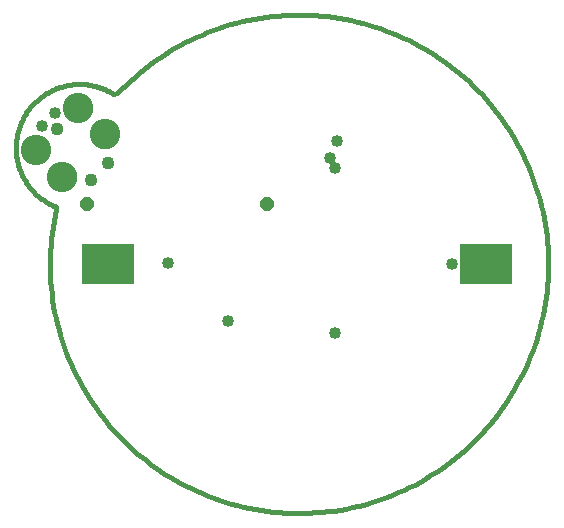
<source format=gbs>
G75*
%MOIN*%
%OFA0B0*%
%FSLAX25Y25*%
%IPPOS*%
%LPD*%
%AMOC8*
5,1,8,0,0,1.08239X$1,22.5*
%
%ADD10C,0.01600*%
%ADD11C,0.00000*%
%ADD12C,0.04300*%
%ADD13C,0.10150*%
%ADD14R,0.17800X0.13600*%
%ADD15C,0.04000*%
%ADD16OC8,0.04362*%
D10*
X0019468Y0104650D02*
X0019041Y0102662D01*
X0018664Y0100665D01*
X0018336Y0098658D01*
X0018056Y0096644D01*
X0017827Y0094624D01*
X0017646Y0092599D01*
X0017516Y0090570D01*
X0017435Y0088539D01*
X0017403Y0086506D01*
X0017422Y0084473D01*
X0017490Y0082441D01*
X0017608Y0080411D01*
X0017776Y0078385D01*
X0017993Y0076364D01*
X0018260Y0074348D01*
X0018576Y0072340D01*
X0018941Y0070339D01*
X0019355Y0068349D01*
X0019817Y0066369D01*
X0020328Y0064401D01*
X0020887Y0062446D01*
X0021493Y0060506D01*
X0022147Y0058581D01*
X0022848Y0056672D01*
X0023595Y0054781D01*
X0024389Y0052910D01*
X0025228Y0051058D01*
X0026112Y0049227D01*
X0027040Y0047418D01*
X0028013Y0045633D01*
X0029029Y0043872D01*
X0030088Y0042136D01*
X0031188Y0040427D01*
X0032331Y0038745D01*
X0033514Y0037092D01*
X0034738Y0035468D01*
X0036000Y0033875D01*
X0037302Y0032313D01*
X0038641Y0030783D01*
X0040017Y0029286D01*
X0041430Y0027824D01*
X0042878Y0026397D01*
X0044360Y0025005D01*
X0045876Y0023651D01*
X0047425Y0022334D01*
X0049006Y0021055D01*
X0050617Y0019815D01*
X0052258Y0018615D01*
X0053928Y0017456D01*
X0055626Y0016337D01*
X0057351Y0015261D01*
X0059102Y0014227D01*
X0060877Y0013237D01*
X0062676Y0012290D01*
X0064498Y0011388D01*
X0066342Y0010530D01*
X0068205Y0009718D01*
X0070089Y0008951D01*
X0071990Y0008231D01*
X0073908Y0007558D01*
X0075843Y0006932D01*
X0077792Y0006353D01*
X0079754Y0005823D01*
X0081729Y0005340D01*
X0083716Y0004906D01*
X0085712Y0004521D01*
X0087717Y0004185D01*
X0089730Y0003898D01*
X0091749Y0003660D01*
X0093773Y0003472D01*
X0095802Y0003333D01*
X0097833Y0003244D01*
X0099866Y0003205D01*
X0101899Y0003216D01*
X0103931Y0003276D01*
X0105961Y0003386D01*
X0107988Y0003546D01*
X0110010Y0003755D01*
X0112027Y0004014D01*
X0114036Y0004322D01*
X0116038Y0004679D01*
X0118030Y0005086D01*
X0120011Y0005540D01*
X0121981Y0006043D01*
X0123938Y0006595D01*
X0125881Y0007193D01*
X0127809Y0007840D01*
X0129720Y0008533D01*
X0131614Y0009273D01*
X0133489Y0010059D01*
X0135344Y0010891D01*
X0137178Y0011767D01*
X0138991Y0012689D01*
X0140780Y0013655D01*
X0142545Y0014664D01*
X0144285Y0015716D01*
X0145998Y0016810D01*
X0147684Y0017946D01*
X0149342Y0019123D01*
X0150971Y0020340D01*
X0152569Y0021596D01*
X0154136Y0022891D01*
X0155671Y0024225D01*
X0157173Y0025595D01*
X0158641Y0027002D01*
X0160074Y0028444D01*
X0161471Y0029921D01*
X0162831Y0031432D01*
X0164155Y0032976D01*
X0165440Y0034551D01*
X0166686Y0036158D01*
X0167892Y0037794D01*
X0169058Y0039460D01*
X0170183Y0041153D01*
X0171266Y0042874D01*
X0172306Y0044621D01*
X0173304Y0046392D01*
X0174258Y0048188D01*
X0175167Y0050006D01*
X0176032Y0051846D01*
X0176852Y0053707D01*
X0177625Y0055587D01*
X0178353Y0057485D01*
X0179034Y0059401D01*
X0179667Y0061333D01*
X0180254Y0063280D01*
X0180792Y0065240D01*
X0181282Y0067213D01*
X0181724Y0069198D01*
X0182117Y0071193D01*
X0182461Y0073196D01*
X0182756Y0075208D01*
X0183001Y0077226D01*
X0183198Y0079250D01*
X0183344Y0081278D01*
X0183441Y0083308D01*
X0183488Y0085341D01*
X0183485Y0087374D01*
X0183433Y0089406D01*
X0183331Y0091437D01*
X0183179Y0093464D01*
X0182977Y0095488D01*
X0182726Y0097505D01*
X0182426Y0099516D01*
X0182077Y0101519D01*
X0181679Y0103512D01*
X0181232Y0105496D01*
X0180736Y0107468D01*
X0180193Y0109427D01*
X0179601Y0111372D01*
X0178963Y0113302D01*
X0178277Y0115216D01*
X0177544Y0117113D01*
X0176766Y0118991D01*
X0175941Y0120849D01*
X0175072Y0122687D01*
X0174157Y0124503D01*
X0173199Y0126296D01*
X0172196Y0128065D01*
X0171151Y0129809D01*
X0170064Y0131526D01*
X0168934Y0133217D01*
X0167764Y0134879D01*
X0166553Y0136513D01*
X0165303Y0138116D01*
X0164014Y0139688D01*
X0162687Y0141228D01*
X0161322Y0142735D01*
X0159921Y0144209D01*
X0158484Y0145647D01*
X0157013Y0147050D01*
X0155507Y0148417D01*
X0153969Y0149746D01*
X0152399Y0151037D01*
X0150797Y0152289D01*
X0149165Y0153502D01*
X0147504Y0154675D01*
X0145815Y0155806D01*
X0144099Y0156896D01*
X0142356Y0157943D01*
X0140588Y0158948D01*
X0138797Y0159908D01*
X0136982Y0160825D01*
X0135145Y0161697D01*
X0133288Y0162524D01*
X0131411Y0163305D01*
X0129515Y0164040D01*
X0127602Y0164728D01*
X0125673Y0165369D01*
X0123728Y0165963D01*
X0121770Y0166509D01*
X0119799Y0167007D01*
X0117816Y0167457D01*
X0115823Y0167857D01*
X0113820Y0168209D01*
X0111810Y0168512D01*
X0109793Y0168766D01*
X0107770Y0168970D01*
X0105742Y0169124D01*
X0103712Y0169229D01*
X0101680Y0169284D01*
X0099647Y0169289D01*
X0097614Y0169245D01*
X0095583Y0169150D01*
X0093555Y0169006D01*
X0091531Y0168813D01*
X0089513Y0168570D01*
X0087501Y0168277D01*
X0085496Y0167936D01*
X0083501Y0167545D01*
X0081516Y0167106D01*
X0079542Y0166619D01*
X0077581Y0166083D01*
X0075634Y0165499D01*
X0073701Y0164868D01*
X0071784Y0164189D01*
X0069885Y0163464D01*
X0068004Y0162693D01*
X0066142Y0161876D01*
X0064301Y0161013D01*
X0062482Y0160106D01*
X0060685Y0159155D01*
X0058912Y0158159D01*
X0057164Y0157121D01*
X0055442Y0156040D01*
X0053747Y0154917D01*
X0052080Y0153754D01*
X0050442Y0152549D01*
X0048834Y0151305D01*
X0047257Y0150022D01*
X0045712Y0148701D01*
X0044199Y0147342D01*
X0042720Y0145947D01*
X0041276Y0144516D01*
X0039867Y0143050D01*
X0038868Y0142750D02*
X0038431Y0143027D01*
X0037987Y0143293D01*
X0037537Y0143548D01*
X0037081Y0143792D01*
X0036619Y0144025D01*
X0036152Y0144246D01*
X0035679Y0144456D01*
X0035202Y0144654D01*
X0034719Y0144841D01*
X0034233Y0145016D01*
X0033742Y0145179D01*
X0033247Y0145330D01*
X0032749Y0145469D01*
X0032247Y0145596D01*
X0031743Y0145710D01*
X0031236Y0145812D01*
X0030727Y0145902D01*
X0030215Y0145979D01*
X0029702Y0146044D01*
X0029188Y0146096D01*
X0028672Y0146136D01*
X0028156Y0146163D01*
X0027639Y0146177D01*
X0027121Y0146179D01*
X0026604Y0146169D01*
X0026088Y0146145D01*
X0025572Y0146109D01*
X0025057Y0146061D01*
X0024543Y0146000D01*
X0024031Y0145926D01*
X0023521Y0145840D01*
X0023014Y0145742D01*
X0022508Y0145631D01*
X0022006Y0145508D01*
X0021507Y0145373D01*
X0021011Y0145226D01*
X0020519Y0145066D01*
X0020031Y0144895D01*
X0019547Y0144712D01*
X0019068Y0144517D01*
X0018594Y0144311D01*
X0018125Y0144093D01*
X0017662Y0143863D01*
X0017204Y0143623D01*
X0016752Y0143371D01*
X0016306Y0143108D01*
X0015867Y0142835D01*
X0015435Y0142551D01*
X0015010Y0142256D01*
X0014592Y0141951D01*
X0014182Y0141637D01*
X0013779Y0141312D01*
X0013385Y0140977D01*
X0012999Y0140633D01*
X0012621Y0140280D01*
X0012252Y0139918D01*
X0011892Y0139546D01*
X0011541Y0139166D01*
X0011200Y0138778D01*
X0010868Y0138381D01*
X0010546Y0137977D01*
X0010233Y0137564D01*
X0009931Y0137144D01*
X0009640Y0136717D01*
X0009358Y0136283D01*
X0009088Y0135843D01*
X0008828Y0135395D01*
X0008579Y0134942D01*
X0008342Y0134483D01*
X0008115Y0134018D01*
X0007900Y0133547D01*
X0007697Y0133072D01*
X0007505Y0132591D01*
X0007325Y0132107D01*
X0007157Y0131617D01*
X0007001Y0131124D01*
X0006857Y0130628D01*
X0006725Y0130128D01*
X0006605Y0129625D01*
X0006498Y0129119D01*
X0006403Y0128610D01*
X0006320Y0128100D01*
X0006250Y0127587D01*
X0006192Y0127073D01*
X0006147Y0126558D01*
X0006114Y0126042D01*
X0006094Y0125525D01*
X0006087Y0125008D01*
X0006092Y0124491D01*
X0006110Y0123974D01*
X0006141Y0123458D01*
X0006184Y0122942D01*
X0006239Y0122428D01*
X0006307Y0121915D01*
X0006388Y0121405D01*
X0006481Y0120896D01*
X0006586Y0120389D01*
X0006704Y0119886D01*
X0006834Y0119385D01*
X0006976Y0118888D01*
X0007130Y0118394D01*
X0007296Y0117905D01*
X0007474Y0117419D01*
X0007664Y0116938D01*
X0007866Y0116462D01*
X0008079Y0115990D01*
X0008303Y0115524D01*
X0008539Y0115064D01*
X0008786Y0114610D01*
X0009044Y0114161D01*
X0009313Y0113719D01*
X0009592Y0113284D01*
X0009882Y0112856D01*
X0010183Y0112435D01*
X0010493Y0112021D01*
X0010814Y0111616D01*
X0011144Y0111218D01*
X0011484Y0110828D01*
X0011833Y0110446D01*
X0012192Y0110074D01*
X0012559Y0109710D01*
X0012935Y0109355D01*
X0013320Y0109009D01*
X0013713Y0108673D01*
X0014114Y0108347D01*
X0014523Y0108030D01*
X0014940Y0107724D01*
X0015364Y0107428D01*
X0015795Y0107142D01*
X0016233Y0106867D01*
X0016677Y0106602D01*
X0017128Y0106349D01*
X0017585Y0106106D01*
X0018048Y0105875D01*
X0018516Y0105655D01*
X0018989Y0105447D01*
X0019467Y0105250D01*
D11*
X0016860Y0115340D02*
X0016862Y0115477D01*
X0016868Y0115613D01*
X0016878Y0115749D01*
X0016892Y0115885D01*
X0016910Y0116021D01*
X0016932Y0116156D01*
X0016957Y0116290D01*
X0016987Y0116423D01*
X0017021Y0116555D01*
X0017058Y0116687D01*
X0017099Y0116817D01*
X0017145Y0116946D01*
X0017193Y0117074D01*
X0017246Y0117200D01*
X0017302Y0117324D01*
X0017362Y0117447D01*
X0017425Y0117568D01*
X0017492Y0117687D01*
X0017562Y0117804D01*
X0017636Y0117920D01*
X0017713Y0118032D01*
X0017793Y0118143D01*
X0017877Y0118251D01*
X0017964Y0118357D01*
X0018053Y0118460D01*
X0018146Y0118560D01*
X0018241Y0118658D01*
X0018340Y0118753D01*
X0018441Y0118845D01*
X0018545Y0118933D01*
X0018651Y0119019D01*
X0018760Y0119102D01*
X0018871Y0119181D01*
X0018984Y0119258D01*
X0019100Y0119331D01*
X0019217Y0119400D01*
X0019337Y0119466D01*
X0019458Y0119528D01*
X0019582Y0119587D01*
X0019707Y0119643D01*
X0019833Y0119694D01*
X0019961Y0119742D01*
X0020090Y0119786D01*
X0020221Y0119827D01*
X0020353Y0119863D01*
X0020485Y0119896D01*
X0020619Y0119924D01*
X0020753Y0119949D01*
X0020888Y0119970D01*
X0021024Y0119987D01*
X0021160Y0120000D01*
X0021296Y0120009D01*
X0021433Y0120014D01*
X0021569Y0120015D01*
X0021706Y0120012D01*
X0021842Y0120005D01*
X0021978Y0119994D01*
X0022114Y0119979D01*
X0022249Y0119960D01*
X0022384Y0119937D01*
X0022518Y0119910D01*
X0022651Y0119880D01*
X0022783Y0119845D01*
X0022915Y0119807D01*
X0023044Y0119765D01*
X0023173Y0119719D01*
X0023300Y0119669D01*
X0023426Y0119615D01*
X0023550Y0119558D01*
X0023673Y0119498D01*
X0023793Y0119433D01*
X0023912Y0119366D01*
X0024028Y0119295D01*
X0024143Y0119220D01*
X0024255Y0119142D01*
X0024365Y0119061D01*
X0024473Y0118977D01*
X0024578Y0118889D01*
X0024680Y0118799D01*
X0024780Y0118706D01*
X0024877Y0118609D01*
X0024971Y0118510D01*
X0025062Y0118409D01*
X0025150Y0118304D01*
X0025235Y0118197D01*
X0025317Y0118088D01*
X0025396Y0117976D01*
X0025471Y0117862D01*
X0025543Y0117746D01*
X0025612Y0117628D01*
X0025677Y0117508D01*
X0025739Y0117386D01*
X0025797Y0117262D01*
X0025851Y0117137D01*
X0025902Y0117010D01*
X0025948Y0116882D01*
X0025992Y0116752D01*
X0026031Y0116621D01*
X0026067Y0116489D01*
X0026098Y0116356D01*
X0026126Y0116223D01*
X0026150Y0116088D01*
X0026170Y0115953D01*
X0026186Y0115817D01*
X0026198Y0115681D01*
X0026206Y0115545D01*
X0026210Y0115408D01*
X0026210Y0115272D01*
X0026206Y0115135D01*
X0026198Y0114999D01*
X0026186Y0114863D01*
X0026170Y0114727D01*
X0026150Y0114592D01*
X0026126Y0114457D01*
X0026098Y0114324D01*
X0026067Y0114191D01*
X0026031Y0114059D01*
X0025992Y0113928D01*
X0025948Y0113798D01*
X0025902Y0113670D01*
X0025851Y0113543D01*
X0025797Y0113418D01*
X0025739Y0113294D01*
X0025677Y0113172D01*
X0025612Y0113052D01*
X0025543Y0112934D01*
X0025471Y0112818D01*
X0025396Y0112704D01*
X0025317Y0112592D01*
X0025235Y0112483D01*
X0025150Y0112376D01*
X0025062Y0112271D01*
X0024971Y0112170D01*
X0024877Y0112071D01*
X0024780Y0111974D01*
X0024680Y0111881D01*
X0024578Y0111791D01*
X0024473Y0111703D01*
X0024365Y0111619D01*
X0024255Y0111538D01*
X0024143Y0111460D01*
X0024028Y0111385D01*
X0023912Y0111314D01*
X0023793Y0111247D01*
X0023673Y0111182D01*
X0023550Y0111122D01*
X0023426Y0111065D01*
X0023300Y0111011D01*
X0023173Y0110961D01*
X0023044Y0110915D01*
X0022915Y0110873D01*
X0022783Y0110835D01*
X0022651Y0110800D01*
X0022518Y0110770D01*
X0022384Y0110743D01*
X0022249Y0110720D01*
X0022114Y0110701D01*
X0021978Y0110686D01*
X0021842Y0110675D01*
X0021706Y0110668D01*
X0021569Y0110665D01*
X0021433Y0110666D01*
X0021296Y0110671D01*
X0021160Y0110680D01*
X0021024Y0110693D01*
X0020888Y0110710D01*
X0020753Y0110731D01*
X0020619Y0110756D01*
X0020485Y0110784D01*
X0020353Y0110817D01*
X0020221Y0110853D01*
X0020090Y0110894D01*
X0019961Y0110938D01*
X0019833Y0110986D01*
X0019707Y0111037D01*
X0019582Y0111093D01*
X0019458Y0111152D01*
X0019337Y0111214D01*
X0019217Y0111280D01*
X0019100Y0111349D01*
X0018984Y0111422D01*
X0018871Y0111499D01*
X0018760Y0111578D01*
X0018651Y0111661D01*
X0018545Y0111747D01*
X0018441Y0111835D01*
X0018340Y0111927D01*
X0018241Y0112022D01*
X0018146Y0112120D01*
X0018053Y0112220D01*
X0017964Y0112323D01*
X0017877Y0112429D01*
X0017793Y0112537D01*
X0017713Y0112648D01*
X0017636Y0112760D01*
X0017562Y0112876D01*
X0017492Y0112993D01*
X0017425Y0113112D01*
X0017362Y0113233D01*
X0017302Y0113356D01*
X0017246Y0113480D01*
X0017193Y0113606D01*
X0017145Y0113734D01*
X0017099Y0113863D01*
X0017058Y0113993D01*
X0017021Y0114125D01*
X0016987Y0114257D01*
X0016957Y0114390D01*
X0016932Y0114524D01*
X0016910Y0114659D01*
X0016892Y0114795D01*
X0016878Y0114931D01*
X0016868Y0115067D01*
X0016862Y0115203D01*
X0016860Y0115340D01*
X0008022Y0124179D02*
X0008024Y0124316D01*
X0008030Y0124452D01*
X0008040Y0124588D01*
X0008054Y0124724D01*
X0008072Y0124860D01*
X0008094Y0124995D01*
X0008119Y0125129D01*
X0008149Y0125262D01*
X0008183Y0125394D01*
X0008220Y0125526D01*
X0008261Y0125656D01*
X0008307Y0125785D01*
X0008355Y0125913D01*
X0008408Y0126039D01*
X0008464Y0126163D01*
X0008524Y0126286D01*
X0008587Y0126407D01*
X0008654Y0126526D01*
X0008724Y0126643D01*
X0008798Y0126759D01*
X0008875Y0126871D01*
X0008955Y0126982D01*
X0009039Y0127090D01*
X0009126Y0127196D01*
X0009215Y0127299D01*
X0009308Y0127399D01*
X0009403Y0127497D01*
X0009502Y0127592D01*
X0009603Y0127684D01*
X0009707Y0127772D01*
X0009813Y0127858D01*
X0009922Y0127941D01*
X0010033Y0128020D01*
X0010146Y0128097D01*
X0010262Y0128170D01*
X0010379Y0128239D01*
X0010499Y0128305D01*
X0010620Y0128367D01*
X0010744Y0128426D01*
X0010869Y0128482D01*
X0010995Y0128533D01*
X0011123Y0128581D01*
X0011252Y0128625D01*
X0011383Y0128666D01*
X0011515Y0128702D01*
X0011647Y0128735D01*
X0011781Y0128763D01*
X0011915Y0128788D01*
X0012050Y0128809D01*
X0012186Y0128826D01*
X0012322Y0128839D01*
X0012458Y0128848D01*
X0012595Y0128853D01*
X0012731Y0128854D01*
X0012868Y0128851D01*
X0013004Y0128844D01*
X0013140Y0128833D01*
X0013276Y0128818D01*
X0013411Y0128799D01*
X0013546Y0128776D01*
X0013680Y0128749D01*
X0013813Y0128719D01*
X0013945Y0128684D01*
X0014077Y0128646D01*
X0014206Y0128604D01*
X0014335Y0128558D01*
X0014462Y0128508D01*
X0014588Y0128454D01*
X0014712Y0128397D01*
X0014835Y0128337D01*
X0014955Y0128272D01*
X0015074Y0128205D01*
X0015190Y0128134D01*
X0015305Y0128059D01*
X0015417Y0127981D01*
X0015527Y0127900D01*
X0015635Y0127816D01*
X0015740Y0127728D01*
X0015842Y0127638D01*
X0015942Y0127545D01*
X0016039Y0127448D01*
X0016133Y0127349D01*
X0016224Y0127248D01*
X0016312Y0127143D01*
X0016397Y0127036D01*
X0016479Y0126927D01*
X0016558Y0126815D01*
X0016633Y0126701D01*
X0016705Y0126585D01*
X0016774Y0126467D01*
X0016839Y0126347D01*
X0016901Y0126225D01*
X0016959Y0126101D01*
X0017013Y0125976D01*
X0017064Y0125849D01*
X0017110Y0125721D01*
X0017154Y0125591D01*
X0017193Y0125460D01*
X0017229Y0125328D01*
X0017260Y0125195D01*
X0017288Y0125062D01*
X0017312Y0124927D01*
X0017332Y0124792D01*
X0017348Y0124656D01*
X0017360Y0124520D01*
X0017368Y0124384D01*
X0017372Y0124247D01*
X0017372Y0124111D01*
X0017368Y0123974D01*
X0017360Y0123838D01*
X0017348Y0123702D01*
X0017332Y0123566D01*
X0017312Y0123431D01*
X0017288Y0123296D01*
X0017260Y0123163D01*
X0017229Y0123030D01*
X0017193Y0122898D01*
X0017154Y0122767D01*
X0017110Y0122637D01*
X0017064Y0122509D01*
X0017013Y0122382D01*
X0016959Y0122257D01*
X0016901Y0122133D01*
X0016839Y0122011D01*
X0016774Y0121891D01*
X0016705Y0121773D01*
X0016633Y0121657D01*
X0016558Y0121543D01*
X0016479Y0121431D01*
X0016397Y0121322D01*
X0016312Y0121215D01*
X0016224Y0121110D01*
X0016133Y0121009D01*
X0016039Y0120910D01*
X0015942Y0120813D01*
X0015842Y0120720D01*
X0015740Y0120630D01*
X0015635Y0120542D01*
X0015527Y0120458D01*
X0015417Y0120377D01*
X0015305Y0120299D01*
X0015190Y0120224D01*
X0015074Y0120153D01*
X0014955Y0120086D01*
X0014835Y0120021D01*
X0014712Y0119961D01*
X0014588Y0119904D01*
X0014462Y0119850D01*
X0014335Y0119800D01*
X0014206Y0119754D01*
X0014077Y0119712D01*
X0013945Y0119674D01*
X0013813Y0119639D01*
X0013680Y0119609D01*
X0013546Y0119582D01*
X0013411Y0119559D01*
X0013276Y0119540D01*
X0013140Y0119525D01*
X0013004Y0119514D01*
X0012868Y0119507D01*
X0012731Y0119504D01*
X0012595Y0119505D01*
X0012458Y0119510D01*
X0012322Y0119519D01*
X0012186Y0119532D01*
X0012050Y0119549D01*
X0011915Y0119570D01*
X0011781Y0119595D01*
X0011647Y0119623D01*
X0011515Y0119656D01*
X0011383Y0119692D01*
X0011252Y0119733D01*
X0011123Y0119777D01*
X0010995Y0119825D01*
X0010869Y0119876D01*
X0010744Y0119932D01*
X0010620Y0119991D01*
X0010499Y0120053D01*
X0010379Y0120119D01*
X0010262Y0120188D01*
X0010146Y0120261D01*
X0010033Y0120338D01*
X0009922Y0120417D01*
X0009813Y0120500D01*
X0009707Y0120586D01*
X0009603Y0120674D01*
X0009502Y0120766D01*
X0009403Y0120861D01*
X0009308Y0120959D01*
X0009215Y0121059D01*
X0009126Y0121162D01*
X0009039Y0121268D01*
X0008955Y0121376D01*
X0008875Y0121487D01*
X0008798Y0121599D01*
X0008724Y0121715D01*
X0008654Y0121832D01*
X0008587Y0121951D01*
X0008524Y0122072D01*
X0008464Y0122195D01*
X0008408Y0122319D01*
X0008355Y0122445D01*
X0008307Y0122573D01*
X0008261Y0122702D01*
X0008220Y0122832D01*
X0008183Y0122964D01*
X0008149Y0123096D01*
X0008119Y0123229D01*
X0008094Y0123363D01*
X0008072Y0123498D01*
X0008054Y0123634D01*
X0008040Y0123770D01*
X0008030Y0123906D01*
X0008024Y0124042D01*
X0008022Y0124179D01*
X0018018Y0131250D02*
X0018020Y0131333D01*
X0018026Y0131416D01*
X0018036Y0131499D01*
X0018050Y0131581D01*
X0018067Y0131663D01*
X0018089Y0131743D01*
X0018114Y0131822D01*
X0018143Y0131900D01*
X0018176Y0131977D01*
X0018213Y0132052D01*
X0018252Y0132125D01*
X0018296Y0132196D01*
X0018342Y0132265D01*
X0018392Y0132332D01*
X0018445Y0132396D01*
X0018501Y0132458D01*
X0018560Y0132517D01*
X0018622Y0132573D01*
X0018686Y0132626D01*
X0018753Y0132676D01*
X0018822Y0132722D01*
X0018893Y0132766D01*
X0018966Y0132805D01*
X0019041Y0132842D01*
X0019118Y0132875D01*
X0019196Y0132904D01*
X0019275Y0132929D01*
X0019355Y0132951D01*
X0019437Y0132968D01*
X0019519Y0132982D01*
X0019602Y0132992D01*
X0019685Y0132998D01*
X0019768Y0133000D01*
X0019851Y0132998D01*
X0019934Y0132992D01*
X0020017Y0132982D01*
X0020099Y0132968D01*
X0020181Y0132951D01*
X0020261Y0132929D01*
X0020340Y0132904D01*
X0020418Y0132875D01*
X0020495Y0132842D01*
X0020570Y0132805D01*
X0020643Y0132766D01*
X0020714Y0132722D01*
X0020783Y0132676D01*
X0020850Y0132626D01*
X0020914Y0132573D01*
X0020976Y0132517D01*
X0021035Y0132458D01*
X0021091Y0132396D01*
X0021144Y0132332D01*
X0021194Y0132265D01*
X0021240Y0132196D01*
X0021284Y0132125D01*
X0021323Y0132052D01*
X0021360Y0131977D01*
X0021393Y0131900D01*
X0021422Y0131822D01*
X0021447Y0131743D01*
X0021469Y0131663D01*
X0021486Y0131581D01*
X0021500Y0131499D01*
X0021510Y0131416D01*
X0021516Y0131333D01*
X0021518Y0131250D01*
X0021516Y0131167D01*
X0021510Y0131084D01*
X0021500Y0131001D01*
X0021486Y0130919D01*
X0021469Y0130837D01*
X0021447Y0130757D01*
X0021422Y0130678D01*
X0021393Y0130600D01*
X0021360Y0130523D01*
X0021323Y0130448D01*
X0021284Y0130375D01*
X0021240Y0130304D01*
X0021194Y0130235D01*
X0021144Y0130168D01*
X0021091Y0130104D01*
X0021035Y0130042D01*
X0020976Y0129983D01*
X0020914Y0129927D01*
X0020850Y0129874D01*
X0020783Y0129824D01*
X0020714Y0129778D01*
X0020643Y0129734D01*
X0020570Y0129695D01*
X0020495Y0129658D01*
X0020418Y0129625D01*
X0020340Y0129596D01*
X0020261Y0129571D01*
X0020181Y0129549D01*
X0020099Y0129532D01*
X0020017Y0129518D01*
X0019934Y0129508D01*
X0019851Y0129502D01*
X0019768Y0129500D01*
X0019685Y0129502D01*
X0019602Y0129508D01*
X0019519Y0129518D01*
X0019437Y0129532D01*
X0019355Y0129549D01*
X0019275Y0129571D01*
X0019196Y0129596D01*
X0019118Y0129625D01*
X0019041Y0129658D01*
X0018966Y0129695D01*
X0018893Y0129734D01*
X0018822Y0129778D01*
X0018753Y0129824D01*
X0018686Y0129874D01*
X0018622Y0129927D01*
X0018560Y0129983D01*
X0018501Y0130042D01*
X0018445Y0130104D01*
X0018392Y0130168D01*
X0018342Y0130235D01*
X0018296Y0130304D01*
X0018252Y0130375D01*
X0018213Y0130448D01*
X0018176Y0130523D01*
X0018143Y0130600D01*
X0018114Y0130678D01*
X0018089Y0130757D01*
X0018067Y0130837D01*
X0018050Y0130919D01*
X0018036Y0131001D01*
X0018026Y0131084D01*
X0018020Y0131167D01*
X0018018Y0131250D01*
X0022164Y0138321D02*
X0022166Y0138458D01*
X0022172Y0138594D01*
X0022182Y0138730D01*
X0022196Y0138866D01*
X0022214Y0139002D01*
X0022236Y0139137D01*
X0022261Y0139271D01*
X0022291Y0139404D01*
X0022325Y0139536D01*
X0022362Y0139668D01*
X0022403Y0139798D01*
X0022449Y0139927D01*
X0022497Y0140055D01*
X0022550Y0140181D01*
X0022606Y0140305D01*
X0022666Y0140428D01*
X0022729Y0140549D01*
X0022796Y0140668D01*
X0022866Y0140785D01*
X0022940Y0140901D01*
X0023017Y0141013D01*
X0023097Y0141124D01*
X0023181Y0141232D01*
X0023268Y0141338D01*
X0023357Y0141441D01*
X0023450Y0141541D01*
X0023545Y0141639D01*
X0023644Y0141734D01*
X0023745Y0141826D01*
X0023849Y0141914D01*
X0023955Y0142000D01*
X0024064Y0142083D01*
X0024175Y0142162D01*
X0024288Y0142239D01*
X0024404Y0142312D01*
X0024521Y0142381D01*
X0024641Y0142447D01*
X0024762Y0142509D01*
X0024886Y0142568D01*
X0025011Y0142624D01*
X0025137Y0142675D01*
X0025265Y0142723D01*
X0025394Y0142767D01*
X0025525Y0142808D01*
X0025657Y0142844D01*
X0025789Y0142877D01*
X0025923Y0142905D01*
X0026057Y0142930D01*
X0026192Y0142951D01*
X0026328Y0142968D01*
X0026464Y0142981D01*
X0026600Y0142990D01*
X0026737Y0142995D01*
X0026873Y0142996D01*
X0027010Y0142993D01*
X0027146Y0142986D01*
X0027282Y0142975D01*
X0027418Y0142960D01*
X0027553Y0142941D01*
X0027688Y0142918D01*
X0027822Y0142891D01*
X0027955Y0142861D01*
X0028087Y0142826D01*
X0028219Y0142788D01*
X0028348Y0142746D01*
X0028477Y0142700D01*
X0028604Y0142650D01*
X0028730Y0142596D01*
X0028854Y0142539D01*
X0028977Y0142479D01*
X0029097Y0142414D01*
X0029216Y0142347D01*
X0029332Y0142276D01*
X0029447Y0142201D01*
X0029559Y0142123D01*
X0029669Y0142042D01*
X0029777Y0141958D01*
X0029882Y0141870D01*
X0029984Y0141780D01*
X0030084Y0141687D01*
X0030181Y0141590D01*
X0030275Y0141491D01*
X0030366Y0141390D01*
X0030454Y0141285D01*
X0030539Y0141178D01*
X0030621Y0141069D01*
X0030700Y0140957D01*
X0030775Y0140843D01*
X0030847Y0140727D01*
X0030916Y0140609D01*
X0030981Y0140489D01*
X0031043Y0140367D01*
X0031101Y0140243D01*
X0031155Y0140118D01*
X0031206Y0139991D01*
X0031252Y0139863D01*
X0031296Y0139733D01*
X0031335Y0139602D01*
X0031371Y0139470D01*
X0031402Y0139337D01*
X0031430Y0139204D01*
X0031454Y0139069D01*
X0031474Y0138934D01*
X0031490Y0138798D01*
X0031502Y0138662D01*
X0031510Y0138526D01*
X0031514Y0138389D01*
X0031514Y0138253D01*
X0031510Y0138116D01*
X0031502Y0137980D01*
X0031490Y0137844D01*
X0031474Y0137708D01*
X0031454Y0137573D01*
X0031430Y0137438D01*
X0031402Y0137305D01*
X0031371Y0137172D01*
X0031335Y0137040D01*
X0031296Y0136909D01*
X0031252Y0136779D01*
X0031206Y0136651D01*
X0031155Y0136524D01*
X0031101Y0136399D01*
X0031043Y0136275D01*
X0030981Y0136153D01*
X0030916Y0136033D01*
X0030847Y0135915D01*
X0030775Y0135799D01*
X0030700Y0135685D01*
X0030621Y0135573D01*
X0030539Y0135464D01*
X0030454Y0135357D01*
X0030366Y0135252D01*
X0030275Y0135151D01*
X0030181Y0135052D01*
X0030084Y0134955D01*
X0029984Y0134862D01*
X0029882Y0134772D01*
X0029777Y0134684D01*
X0029669Y0134600D01*
X0029559Y0134519D01*
X0029447Y0134441D01*
X0029332Y0134366D01*
X0029216Y0134295D01*
X0029097Y0134228D01*
X0028977Y0134163D01*
X0028854Y0134103D01*
X0028730Y0134046D01*
X0028604Y0133992D01*
X0028477Y0133942D01*
X0028348Y0133896D01*
X0028219Y0133854D01*
X0028087Y0133816D01*
X0027955Y0133781D01*
X0027822Y0133751D01*
X0027688Y0133724D01*
X0027553Y0133701D01*
X0027418Y0133682D01*
X0027282Y0133667D01*
X0027146Y0133656D01*
X0027010Y0133649D01*
X0026873Y0133646D01*
X0026737Y0133647D01*
X0026600Y0133652D01*
X0026464Y0133661D01*
X0026328Y0133674D01*
X0026192Y0133691D01*
X0026057Y0133712D01*
X0025923Y0133737D01*
X0025789Y0133765D01*
X0025657Y0133798D01*
X0025525Y0133834D01*
X0025394Y0133875D01*
X0025265Y0133919D01*
X0025137Y0133967D01*
X0025011Y0134018D01*
X0024886Y0134074D01*
X0024762Y0134133D01*
X0024641Y0134195D01*
X0024521Y0134261D01*
X0024404Y0134330D01*
X0024288Y0134403D01*
X0024175Y0134480D01*
X0024064Y0134559D01*
X0023955Y0134642D01*
X0023849Y0134728D01*
X0023745Y0134816D01*
X0023644Y0134908D01*
X0023545Y0135003D01*
X0023450Y0135101D01*
X0023357Y0135201D01*
X0023268Y0135304D01*
X0023181Y0135410D01*
X0023097Y0135518D01*
X0023017Y0135629D01*
X0022940Y0135741D01*
X0022866Y0135857D01*
X0022796Y0135974D01*
X0022729Y0136093D01*
X0022666Y0136214D01*
X0022606Y0136337D01*
X0022550Y0136461D01*
X0022497Y0136587D01*
X0022449Y0136715D01*
X0022403Y0136844D01*
X0022362Y0136974D01*
X0022325Y0137106D01*
X0022291Y0137238D01*
X0022261Y0137371D01*
X0022236Y0137505D01*
X0022214Y0137640D01*
X0022196Y0137776D01*
X0022182Y0137912D01*
X0022172Y0138048D01*
X0022166Y0138184D01*
X0022164Y0138321D01*
X0031003Y0129482D02*
X0031005Y0129619D01*
X0031011Y0129755D01*
X0031021Y0129891D01*
X0031035Y0130027D01*
X0031053Y0130163D01*
X0031075Y0130298D01*
X0031100Y0130432D01*
X0031130Y0130565D01*
X0031164Y0130697D01*
X0031201Y0130829D01*
X0031242Y0130959D01*
X0031288Y0131088D01*
X0031336Y0131216D01*
X0031389Y0131342D01*
X0031445Y0131466D01*
X0031505Y0131589D01*
X0031568Y0131710D01*
X0031635Y0131829D01*
X0031705Y0131946D01*
X0031779Y0132062D01*
X0031856Y0132174D01*
X0031936Y0132285D01*
X0032020Y0132393D01*
X0032107Y0132499D01*
X0032196Y0132602D01*
X0032289Y0132702D01*
X0032384Y0132800D01*
X0032483Y0132895D01*
X0032584Y0132987D01*
X0032688Y0133075D01*
X0032794Y0133161D01*
X0032903Y0133244D01*
X0033014Y0133323D01*
X0033127Y0133400D01*
X0033243Y0133473D01*
X0033360Y0133542D01*
X0033480Y0133608D01*
X0033601Y0133670D01*
X0033725Y0133729D01*
X0033850Y0133785D01*
X0033976Y0133836D01*
X0034104Y0133884D01*
X0034233Y0133928D01*
X0034364Y0133969D01*
X0034496Y0134005D01*
X0034628Y0134038D01*
X0034762Y0134066D01*
X0034896Y0134091D01*
X0035031Y0134112D01*
X0035167Y0134129D01*
X0035303Y0134142D01*
X0035439Y0134151D01*
X0035576Y0134156D01*
X0035712Y0134157D01*
X0035849Y0134154D01*
X0035985Y0134147D01*
X0036121Y0134136D01*
X0036257Y0134121D01*
X0036392Y0134102D01*
X0036527Y0134079D01*
X0036661Y0134052D01*
X0036794Y0134022D01*
X0036926Y0133987D01*
X0037058Y0133949D01*
X0037187Y0133907D01*
X0037316Y0133861D01*
X0037443Y0133811D01*
X0037569Y0133757D01*
X0037693Y0133700D01*
X0037816Y0133640D01*
X0037936Y0133575D01*
X0038055Y0133508D01*
X0038171Y0133437D01*
X0038286Y0133362D01*
X0038398Y0133284D01*
X0038508Y0133203D01*
X0038616Y0133119D01*
X0038721Y0133031D01*
X0038823Y0132941D01*
X0038923Y0132848D01*
X0039020Y0132751D01*
X0039114Y0132652D01*
X0039205Y0132551D01*
X0039293Y0132446D01*
X0039378Y0132339D01*
X0039460Y0132230D01*
X0039539Y0132118D01*
X0039614Y0132004D01*
X0039686Y0131888D01*
X0039755Y0131770D01*
X0039820Y0131650D01*
X0039882Y0131528D01*
X0039940Y0131404D01*
X0039994Y0131279D01*
X0040045Y0131152D01*
X0040091Y0131024D01*
X0040135Y0130894D01*
X0040174Y0130763D01*
X0040210Y0130631D01*
X0040241Y0130498D01*
X0040269Y0130365D01*
X0040293Y0130230D01*
X0040313Y0130095D01*
X0040329Y0129959D01*
X0040341Y0129823D01*
X0040349Y0129687D01*
X0040353Y0129550D01*
X0040353Y0129414D01*
X0040349Y0129277D01*
X0040341Y0129141D01*
X0040329Y0129005D01*
X0040313Y0128869D01*
X0040293Y0128734D01*
X0040269Y0128599D01*
X0040241Y0128466D01*
X0040210Y0128333D01*
X0040174Y0128201D01*
X0040135Y0128070D01*
X0040091Y0127940D01*
X0040045Y0127812D01*
X0039994Y0127685D01*
X0039940Y0127560D01*
X0039882Y0127436D01*
X0039820Y0127314D01*
X0039755Y0127194D01*
X0039686Y0127076D01*
X0039614Y0126960D01*
X0039539Y0126846D01*
X0039460Y0126734D01*
X0039378Y0126625D01*
X0039293Y0126518D01*
X0039205Y0126413D01*
X0039114Y0126312D01*
X0039020Y0126213D01*
X0038923Y0126116D01*
X0038823Y0126023D01*
X0038721Y0125933D01*
X0038616Y0125845D01*
X0038508Y0125761D01*
X0038398Y0125680D01*
X0038286Y0125602D01*
X0038171Y0125527D01*
X0038055Y0125456D01*
X0037936Y0125389D01*
X0037816Y0125324D01*
X0037693Y0125264D01*
X0037569Y0125207D01*
X0037443Y0125153D01*
X0037316Y0125103D01*
X0037187Y0125057D01*
X0037058Y0125015D01*
X0036926Y0124977D01*
X0036794Y0124942D01*
X0036661Y0124912D01*
X0036527Y0124885D01*
X0036392Y0124862D01*
X0036257Y0124843D01*
X0036121Y0124828D01*
X0035985Y0124817D01*
X0035849Y0124810D01*
X0035712Y0124807D01*
X0035576Y0124808D01*
X0035439Y0124813D01*
X0035303Y0124822D01*
X0035167Y0124835D01*
X0035031Y0124852D01*
X0034896Y0124873D01*
X0034762Y0124898D01*
X0034628Y0124926D01*
X0034496Y0124959D01*
X0034364Y0124995D01*
X0034233Y0125036D01*
X0034104Y0125080D01*
X0033976Y0125128D01*
X0033850Y0125179D01*
X0033725Y0125235D01*
X0033601Y0125294D01*
X0033480Y0125356D01*
X0033360Y0125422D01*
X0033243Y0125491D01*
X0033127Y0125564D01*
X0033014Y0125641D01*
X0032903Y0125720D01*
X0032794Y0125803D01*
X0032688Y0125889D01*
X0032584Y0125977D01*
X0032483Y0126069D01*
X0032384Y0126164D01*
X0032289Y0126262D01*
X0032196Y0126362D01*
X0032107Y0126465D01*
X0032020Y0126571D01*
X0031936Y0126679D01*
X0031856Y0126790D01*
X0031779Y0126902D01*
X0031705Y0127018D01*
X0031635Y0127135D01*
X0031568Y0127254D01*
X0031505Y0127375D01*
X0031445Y0127498D01*
X0031389Y0127622D01*
X0031336Y0127748D01*
X0031288Y0127876D01*
X0031242Y0128005D01*
X0031201Y0128135D01*
X0031164Y0128267D01*
X0031130Y0128399D01*
X0031100Y0128532D01*
X0031075Y0128666D01*
X0031053Y0128801D01*
X0031035Y0128937D01*
X0031021Y0129073D01*
X0031011Y0129209D01*
X0031005Y0129345D01*
X0031003Y0129482D01*
X0034988Y0119936D02*
X0034990Y0120019D01*
X0034996Y0120102D01*
X0035006Y0120185D01*
X0035020Y0120267D01*
X0035037Y0120349D01*
X0035059Y0120429D01*
X0035084Y0120508D01*
X0035113Y0120586D01*
X0035146Y0120663D01*
X0035183Y0120738D01*
X0035222Y0120811D01*
X0035266Y0120882D01*
X0035312Y0120951D01*
X0035362Y0121018D01*
X0035415Y0121082D01*
X0035471Y0121144D01*
X0035530Y0121203D01*
X0035592Y0121259D01*
X0035656Y0121312D01*
X0035723Y0121362D01*
X0035792Y0121408D01*
X0035863Y0121452D01*
X0035936Y0121491D01*
X0036011Y0121528D01*
X0036088Y0121561D01*
X0036166Y0121590D01*
X0036245Y0121615D01*
X0036325Y0121637D01*
X0036407Y0121654D01*
X0036489Y0121668D01*
X0036572Y0121678D01*
X0036655Y0121684D01*
X0036738Y0121686D01*
X0036821Y0121684D01*
X0036904Y0121678D01*
X0036987Y0121668D01*
X0037069Y0121654D01*
X0037151Y0121637D01*
X0037231Y0121615D01*
X0037310Y0121590D01*
X0037388Y0121561D01*
X0037465Y0121528D01*
X0037540Y0121491D01*
X0037613Y0121452D01*
X0037684Y0121408D01*
X0037753Y0121362D01*
X0037820Y0121312D01*
X0037884Y0121259D01*
X0037946Y0121203D01*
X0038005Y0121144D01*
X0038061Y0121082D01*
X0038114Y0121018D01*
X0038164Y0120951D01*
X0038210Y0120882D01*
X0038254Y0120811D01*
X0038293Y0120738D01*
X0038330Y0120663D01*
X0038363Y0120586D01*
X0038392Y0120508D01*
X0038417Y0120429D01*
X0038439Y0120349D01*
X0038456Y0120267D01*
X0038470Y0120185D01*
X0038480Y0120102D01*
X0038486Y0120019D01*
X0038488Y0119936D01*
X0038486Y0119853D01*
X0038480Y0119770D01*
X0038470Y0119687D01*
X0038456Y0119605D01*
X0038439Y0119523D01*
X0038417Y0119443D01*
X0038392Y0119364D01*
X0038363Y0119286D01*
X0038330Y0119209D01*
X0038293Y0119134D01*
X0038254Y0119061D01*
X0038210Y0118990D01*
X0038164Y0118921D01*
X0038114Y0118854D01*
X0038061Y0118790D01*
X0038005Y0118728D01*
X0037946Y0118669D01*
X0037884Y0118613D01*
X0037820Y0118560D01*
X0037753Y0118510D01*
X0037684Y0118464D01*
X0037613Y0118420D01*
X0037540Y0118381D01*
X0037465Y0118344D01*
X0037388Y0118311D01*
X0037310Y0118282D01*
X0037231Y0118257D01*
X0037151Y0118235D01*
X0037069Y0118218D01*
X0036987Y0118204D01*
X0036904Y0118194D01*
X0036821Y0118188D01*
X0036738Y0118186D01*
X0036655Y0118188D01*
X0036572Y0118194D01*
X0036489Y0118204D01*
X0036407Y0118218D01*
X0036325Y0118235D01*
X0036245Y0118257D01*
X0036166Y0118282D01*
X0036088Y0118311D01*
X0036011Y0118344D01*
X0035936Y0118381D01*
X0035863Y0118420D01*
X0035792Y0118464D01*
X0035723Y0118510D01*
X0035656Y0118560D01*
X0035592Y0118613D01*
X0035530Y0118669D01*
X0035471Y0118728D01*
X0035415Y0118790D01*
X0035362Y0118854D01*
X0035312Y0118921D01*
X0035266Y0118990D01*
X0035222Y0119061D01*
X0035183Y0119134D01*
X0035146Y0119209D01*
X0035113Y0119286D01*
X0035084Y0119364D01*
X0035059Y0119443D01*
X0035037Y0119523D01*
X0035020Y0119605D01*
X0035006Y0119687D01*
X0034996Y0119770D01*
X0034990Y0119853D01*
X0034988Y0119936D01*
X0029331Y0114279D02*
X0029333Y0114362D01*
X0029339Y0114445D01*
X0029349Y0114528D01*
X0029363Y0114610D01*
X0029380Y0114692D01*
X0029402Y0114772D01*
X0029427Y0114851D01*
X0029456Y0114929D01*
X0029489Y0115006D01*
X0029526Y0115081D01*
X0029565Y0115154D01*
X0029609Y0115225D01*
X0029655Y0115294D01*
X0029705Y0115361D01*
X0029758Y0115425D01*
X0029814Y0115487D01*
X0029873Y0115546D01*
X0029935Y0115602D01*
X0029999Y0115655D01*
X0030066Y0115705D01*
X0030135Y0115751D01*
X0030206Y0115795D01*
X0030279Y0115834D01*
X0030354Y0115871D01*
X0030431Y0115904D01*
X0030509Y0115933D01*
X0030588Y0115958D01*
X0030668Y0115980D01*
X0030750Y0115997D01*
X0030832Y0116011D01*
X0030915Y0116021D01*
X0030998Y0116027D01*
X0031081Y0116029D01*
X0031164Y0116027D01*
X0031247Y0116021D01*
X0031330Y0116011D01*
X0031412Y0115997D01*
X0031494Y0115980D01*
X0031574Y0115958D01*
X0031653Y0115933D01*
X0031731Y0115904D01*
X0031808Y0115871D01*
X0031883Y0115834D01*
X0031956Y0115795D01*
X0032027Y0115751D01*
X0032096Y0115705D01*
X0032163Y0115655D01*
X0032227Y0115602D01*
X0032289Y0115546D01*
X0032348Y0115487D01*
X0032404Y0115425D01*
X0032457Y0115361D01*
X0032507Y0115294D01*
X0032553Y0115225D01*
X0032597Y0115154D01*
X0032636Y0115081D01*
X0032673Y0115006D01*
X0032706Y0114929D01*
X0032735Y0114851D01*
X0032760Y0114772D01*
X0032782Y0114692D01*
X0032799Y0114610D01*
X0032813Y0114528D01*
X0032823Y0114445D01*
X0032829Y0114362D01*
X0032831Y0114279D01*
X0032829Y0114196D01*
X0032823Y0114113D01*
X0032813Y0114030D01*
X0032799Y0113948D01*
X0032782Y0113866D01*
X0032760Y0113786D01*
X0032735Y0113707D01*
X0032706Y0113629D01*
X0032673Y0113552D01*
X0032636Y0113477D01*
X0032597Y0113404D01*
X0032553Y0113333D01*
X0032507Y0113264D01*
X0032457Y0113197D01*
X0032404Y0113133D01*
X0032348Y0113071D01*
X0032289Y0113012D01*
X0032227Y0112956D01*
X0032163Y0112903D01*
X0032096Y0112853D01*
X0032027Y0112807D01*
X0031956Y0112763D01*
X0031883Y0112724D01*
X0031808Y0112687D01*
X0031731Y0112654D01*
X0031653Y0112625D01*
X0031574Y0112600D01*
X0031494Y0112578D01*
X0031412Y0112561D01*
X0031330Y0112547D01*
X0031247Y0112537D01*
X0031164Y0112531D01*
X0031081Y0112529D01*
X0030998Y0112531D01*
X0030915Y0112537D01*
X0030832Y0112547D01*
X0030750Y0112561D01*
X0030668Y0112578D01*
X0030588Y0112600D01*
X0030509Y0112625D01*
X0030431Y0112654D01*
X0030354Y0112687D01*
X0030279Y0112724D01*
X0030206Y0112763D01*
X0030135Y0112807D01*
X0030066Y0112853D01*
X0029999Y0112903D01*
X0029935Y0112956D01*
X0029873Y0113012D01*
X0029814Y0113071D01*
X0029758Y0113133D01*
X0029705Y0113197D01*
X0029655Y0113264D01*
X0029609Y0113333D01*
X0029565Y0113404D01*
X0029526Y0113477D01*
X0029489Y0113552D01*
X0029456Y0113629D01*
X0029427Y0113707D01*
X0029402Y0113786D01*
X0029380Y0113866D01*
X0029363Y0113948D01*
X0029349Y0114030D01*
X0029339Y0114113D01*
X0029333Y0114196D01*
X0029331Y0114279D01*
D12*
X0031081Y0114279D03*
X0036738Y0119936D03*
X0019768Y0131250D03*
D13*
X0026839Y0138321D03*
X0035678Y0129482D03*
X0021535Y0115340D03*
X0012697Y0124179D03*
D14*
X0036776Y0086250D03*
X0162760Y0086250D03*
D15*
X0076768Y0067250D03*
X0056768Y0086450D03*
X0014768Y0132050D03*
X0019168Y0136450D03*
X0110768Y0121650D03*
X0112368Y0118050D03*
X0113168Y0127250D03*
X0151568Y0086050D03*
X0112368Y0063250D03*
D16*
X0089768Y0106250D03*
X0029768Y0106250D03*
M02*

</source>
